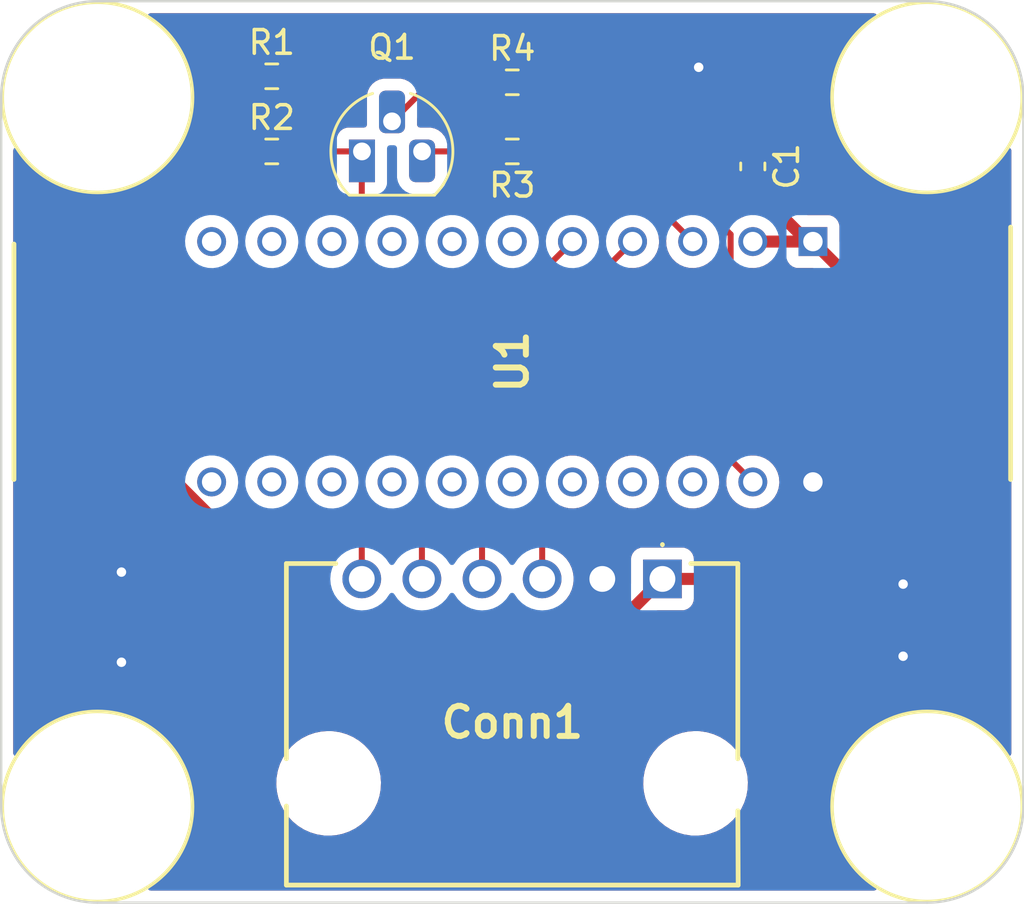
<source format=kicad_pcb>
(kicad_pcb (version 20211014) (generator pcbnew)
  (layers (0 "F.Cu" signal) (31 "B.Cu" signal) (34 "B.Paste" user) (35 "F.Paste" user) (36 "B.SilkS" user "B.Silkscreen") (37 "F.SilkS" user "F.Silkscreen") (38 "B.Mask" user) (39 "F.Mask" user) (44 "Edge.Cuts" user))
  (net 0 "")
  (net 1 "+3V3")
  (net 2 "GND")
  (net 3 "Net-(Conn1-Pad3)")
  (net 4 "Net-(Conn1-Pad4)")
  (net 5 "Net-(Conn1-Pad5)")
  (net 6 "Net-(Conn1-Pad6)")
  (net 7 "Net-(Q1-Pad2)")
  (net 8 "Net-(R2-Pad1)")
  (net 9 "Net-(R3-Pad1)")
  (net 10 "Net-(Q1-Pad3)")
  (footprint "MRDT_Drill_Holes:4_40_Hole" (layer "F.Cu") (at 213.106 73.406 180)
    (fp_text reference "V3" hide)
    (fp_text value "Via" hide)
    (fp_circle (center 0 0) (end -0.00508 4.01828) (layer "F.SilkS") (width 0.15) (fill none))
    (pad "" np_thru_hole circle locked (at 0 0 180) (size 2.9464 2.9464) (drill 2.9464) (layers *.Cu *.Mask) (clearance 2.5))
  )
  (footprint "MRDT_Drill_Holes:4_40_Hole" (layer "F.Cu") (at 178.054 73.406 180)
    (fp_text reference "V1" hide)
    (fp_text value "Via" hide)
    (fp_circle (center 0 0) (end -0.00508 4.01828) (layer "F.SilkS") (width 0.15) (fill none))
    (pad "" np_thru_hole circle locked (at 0 0 180) (size 2.9464 2.9464) (drill 2.9464) (layers *.Cu *.Mask) (clearance 2.5))
  )
  (footprint "MRDT_Drill_Holes:4_40_Hole" (layer "F.Cu") (at 213.106 103.378 180)
    (fp_text reference "V2" hide)
    (fp_text value "Via" hide)
    (fp_circle (center 0 0) (end -0.00508 4.01828) (layer "F.SilkS") (width 0.15) (fill none))
    (pad "" np_thru_hole circle locked (at 0 0 180) (size 2.9464 2.9464) (drill 2.9464) (layers *.Cu *.Mask) (clearance 2.5))
  )
  (footprint "MRDT_Drill_Holes:4_40_Hole" (layer "F.Cu") (at 178.054 103.378 180)
    (fp_text reference "V4" hide)
    (fp_text value "Via" hide)
    (fp_circle (center 0 0) (end -0.00508 4.01828) (layer "F.SilkS") (width 0.15) (fill none))
    (pad "" np_thru_hole circle locked (at 0 0 180) (size 2.9464 2.9464) (drill 2.9464) (layers *.Cu *.Mask) (clearance 2.5))
  )
  (footprint "Resistor_SMD:R_0603_1608Metric_Pad0.98x0.95mm_HandSolder" (layer "F.Cu") (at 185.42 72.517)
    (fp_text reference "R1" (at 0 -1.43) (layer "F.SilkS"))
    (fp_text value "1.2k")
    (fp_line (start -0.254724 0.5225) (end 0.254724 0.5225) (layer "F.SilkS") (width 0.12))
    (fp_line (start -0.254724 -0.5225) (end 0.254724 -0.5225) (layer "F.SilkS") (width 0.12))
    (pad "1" smd roundrect (at -0.9125 0) (size 0.975 0.95) (layers "F.Cu" "F.Paste" "F.Mask") (net 1 "+3V3"))
    (pad "2" smd roundrect (at 0.9125 0) (size 0.975 0.95) (layers "F.Cu" "F.Paste" "F.Mask") (net 8 "Net-(R2-Pad1)"))
  )
  (footprint "UVLEDs:DIP1016W62P254L4160H372Q22N" (layer "F.Cu") (at 195.58 84.582 -90)
    (fp_text reference "U1" (at 0 0 90) (layer "F.SilkS") (effects (font (size 1.27 1.27) (thickness 0.254))))
    (fp_text value "TCD1304" hide)
    (fp_line (start -5.69 -21.05) (end 4.975 -21.05) (layer "F.SilkS") (width 0.2))
    (fp_line (start -4.975 21.05) (end 4.975 21.05) (layer "F.SilkS") (width 0.2))
    (pad "1" thru_hole rect locked (at -5.08 -12.7 270) (size 1.22 1.22) (drill 0.82) (layers *.Cu *.Mask) (net 1 "+3V3"))
    (pad "2" thru_hole circle locked (at -5.08 -10.16 270) (size 1.22 1.22) (drill 0.82) (layers *.Cu *.Mask) (net 1 "+3V3"))
    (pad "3" thru_hole circle locked (at -5.08 -7.62 270) (size 1.22 1.22) (drill 0.82) (layers *.Cu *.Mask) (net 5 "Net-(Conn1-Pad5)"))
    (pad "4" thru_hole circle locked (at -5.08 -5.08 270) (size 1.22 1.22) (drill 0.82) (layers *.Cu *.Mask) (net 3 "Net-(Conn1-Pad3)"))
    (pad "5" thru_hole circle locked (at -5.08 -2.54 270) (size 1.22 1.22) (drill 0.82) (layers *.Cu *.Mask) (net 4 "Net-(Conn1-Pad4)"))
    (pad "6" thru_hole circle locked (at -5.08 0 270) (size 1.22 1.22) (drill 0.82) (layers *.Cu *.Mask))
    (pad "7" thru_hole circle locked (at -5.08 2.54 270) (size 1.22 1.22) (drill 0.82) (layers *.Cu *.Mask))
    (pad "8" thru_hole circle locked (at -5.08 5.08 270) (size 1.22 1.22) (drill 0.82) (layers *.Cu *.Mask))
    (pad "9" thru_hole circle locked (at -5.08 7.62 270) (size 1.22 1.22) (drill 0.82) (layers *.Cu *.Mask))
    (pad "10" thru_hole circle locked (at -5.08 10.16 270) (size 1.22 1.22) (drill 0.82) (layers *.Cu *.Mask))
    (pad "11" thru_hole circle locked (at -5.08 12.7 270) (size 1.22 1.22) (drill 0.82) (layers *.Cu *.Mask))
    (pad "12" thru_hole circle locked (at 5.08 12.7 270) (size 1.22 1.22) (drill 0.82) (layers *.Cu *.Mask))
    (pad "13" thru_hole circle locked (at 5.08 10.16 270) (size 1.22 1.22) (drill 0.82) (layers *.Cu *.Mask))
    (pad "14" thru_hole circle locked (at 5.08 7.62 270) (size 1.22 1.22) (drill 0.82) (layers *.Cu *.Mask))
    (pad "15" thru_hole circle locked (at 5.08 5.08 270) (size 1.22 1.22) (drill 0.82) (layers *.Cu *.Mask))
    (pad "16" thru_hole circle locked (at 5.08 2.54 270) (size 1.22 1.22) (drill 0.82) (layers *.Cu *.Mask))
    (pad "17" thru_hole circle locked (at 5.08 0 270) (size 1.22 1.22) (drill 0.82) (layers *.Cu *.Mask))
    (pad "18" thru_hole circle locked (at 5.08 -2.54 270) (size 1.22 1.22) (drill 0.82) (layers *.Cu *.Mask))
    (pad "19" thru_hole circle locked (at 5.08 -5.08 270) (size 1.22 1.22) (drill 0.82) (layers *.Cu *.Mask))
    (pad "20" thru_hole circle locked (at 5.08 -7.62 270) (size 1.22 1.22) (drill 0.82) (layers *.Cu *.Mask))
    (pad "21" thru_hole circle locked (at 5.08 -10.16 270) (size 1.22 1.22) (drill 0.82) (layers *.Cu *.Mask) (net 9 "Net-(R3-Pad1)"))
    (pad "22" thru_hole circle locked (at 5.08 -12.7 270) (size 1.22 1.22) (drill 0.82) (layers *.Cu *.Mask) (net 2 "GND"))
  )
  (footprint "UVLEDs:705550040" (layer "F.Cu") (at 201.9225 93.761)
    (fp_text reference "Conn1" (at -6.342 6.061) (layer "F.SilkS") (effects (font (size 1.27 1.27) (thickness 0.254))))
    (fp_text value "Molex_SL_06" hide)
    (fp_line (start -13.8 -0.65) (end -15.885 -0.65) (layer "F.SilkS") (width 0.2))
    (fp_line (start 3.2 12.94) (end 3.185 9.8) (layer "F.SilkS") (width 0.2))
    (fp_line (start 0 -1.4) (end 0 -1.4) (layer "F.SilkS") (width 0.1))
    (fp_line (start 3.185 -0.65) (end 1.2 -0.65) (layer "F.SilkS") (width 0.2))
    (fp_line (start 3.185 7.6) (end 3.185 -0.65) (layer "F.SilkS") (width 0.2))
    (fp_line (start -15.885 -0.65) (end -15.885 7.6) (layer "F.SilkS") (width 0.2))
    (fp_line (start -15.885 9.6) (end -15.885 12.94) (layer "F.SilkS") (width 0.2))
    (fp_line (start 0 -1.5) (end 0 -1.5) (layer "F.SilkS") (width 0.1))
    (fp_line (start -15.885 12.94) (end 3.2 12.94) (layer "F.SilkS") (width 0.2))
    (fp_arc (start 0 -1.5) (mid 0.05 -1.45) (end 0 -1.4) (layer "F.SilkS") (width 0.1))
    (fp_arc (start 0 -1.4) (mid -0.05 -1.45) (end 0 -1.5) (layer "F.SilkS") (width 0.1))
    (pad "" np_thru_hole circle locked (at 1.4 8.64) (size 3.4 3.4) (drill 3.4) (layers *.Cu *.Mask))
    (pad "" np_thru_hole circle locked (at -14.1 8.64) (size 3.4 3.4) (drill 3.4) (layers *.Cu *.Mask))
    (pad "1" thru_hole rect locked (at 0 0) (size 1.635 1.635) (drill 1.09) (layers *.Cu *.Mask) (net 1 "+3V3"))
    (pad "2" thru_hole circle locked (at -2.54 0) (size 1.635 1.635) (drill 1.09) (layers *.Cu *.Mask) (net 2 "GND"))
    (pad "3" thru_hole circle locked (at -5.08 0) (size 1.635 1.635) (drill 1.09) (layers *.Cu *.Mask) (net 3 "Net-(Conn1-Pad3)"))
    (pad "4" thru_hole circle locked (at -7.62 0) (size 1.635 1.635) (drill 1.09) (layers *.Cu *.Mask) (net 4 "Net-(Conn1-Pad4)"))
    (pad "5" thru_hole circle locked (at -10.16 0) (size 1.635 1.635) (drill 1.09) (layers *.Cu *.Mask) (net 5 "Net-(Conn1-Pad5)"))
    (pad "6" thru_hole circle locked (at -12.7 0) (size 1.635 1.635) (drill 1.09) (layers *.Cu *.Mask) (net 6 "Net-(Conn1-Pad6)"))
  )
  (footprint "Package_TO_SOT_THT:TO-92_HandSolder" (layer "F.Cu") (at 189.23 75.692)
    (fp_text reference "Q1" (at 1.27 -4.4) (layer "F.SilkS"))
    (fp_text value "Q_PNP_BCE")
    (fp_line (start -0.53 1.85) (end 3.07 1.85) (layer "F.SilkS") (width 0.12))
    (fp_arc (start 2.05 -2.45) (mid 3.769931 -0.601036) (end 3.078445 1.827684) (layer "F.SilkS") (width 0.12))
    (fp_arc (start -0.541875 1.841741) (mid -1.247231 -0.581764) (end 0.45 -2.45) (layer "F.SilkS") (width 0.12))
    (pad "1" thru_hole rect (at 0 0) (size 1.1 1.8) (drill 0.75 (offset 0 0.4)) (layers *.Cu *.Mask) (net 6 "Net-(Conn1-Pad6)"))
    (pad "2" thru_hole roundrect (at 1.27 -1.27) (size 1.1 1.8) (drill 0.75 (offset 0 -0.4)) (layers *.Cu *.Mask) (net 7 "Net-(Q1-Pad2)"))
    (pad "3" thru_hole roundrect (at 2.54 0) (size 1.1 1.8) (drill 0.75 (offset 0 0.4)) (layers *.Cu *.Mask) (net 10 "Net-(Q1-Pad3)"))
  )
  (footprint "Capacitor_SMD:C_0603_1608Metric_Pad1.08x0.95mm_HandSolder" (layer "F.Cu") (at 205.74 76.327 -90)
    (fp_text reference "C1" (at 0 -1.43 90) (layer "F.SilkS"))
    (fp_text value "10uF")
    (fp_line (start -0.146267 -0.51) (end 0.146267 -0.51) (layer "F.SilkS") (width 0.12))
    (fp_line (start -0.146267 0.51) (end 0.146267 0.51) (layer "F.SilkS") (width 0.12))
    (pad "1" smd roundrect (at -0.8625 0 270) (size 1.075 0.95) (layers "F.Cu" "F.Paste" "F.Mask") (net 2 "GND"))
    (pad "2" smd roundrect (at 0.8625 0 270) (size 1.075 0.95) (layers "F.Cu" "F.Paste" "F.Mask") (net 1 "+3V3"))
  )
  (footprint "Resistor_SMD:R_0603_1608Metric_Pad0.98x0.95mm_HandSolder" (layer "F.Cu") (at 195.58 75.692 180)
    (fp_text reference "R3" (at 0 -1.43) (layer "F.SilkS"))
    (fp_text value "150")
    (fp_line (start -0.254724 0.5225) (end 0.254724 0.5225) (layer "F.SilkS") (width 0.12))
    (fp_line (start -0.254724 -0.5225) (end 0.254724 -0.5225) (layer "F.SilkS") (width 0.12))
    (pad "1" smd roundrect (at -0.9125 0 180) (size 0.975 0.95) (layers "F.Cu" "F.Paste" "F.Mask") (net 9 "Net-(R3-Pad1)"))
    (pad "2" smd roundrect (at 0.9125 0 180) (size 0.975 0.95) (layers "F.Cu" "F.Paste" "F.Mask") (net 10 "Net-(Q1-Pad3)"))
  )
  (footprint "Resistor_SMD:R_0603_1608Metric_Pad0.98x0.95mm_HandSolder" (layer "F.Cu") (at 185.42 75.692)
    (fp_text reference "R2" (at 0 -1.43) (layer "F.SilkS"))
    (fp_text value "1k")
    (fp_line (start -0.254724 -0.5225) (end 0.254724 -0.5225) (layer "F.SilkS") (width 0.12))
    (fp_line (start -0.254724 0.5225) (end 0.254724 0.5225) (layer "F.SilkS") (width 0.12))
    (pad "1" smd roundrect (at -0.9125 0) (size 0.975 0.95) (layers "F.Cu" "F.Paste" "F.Mask") (net 8 "Net-(R2-Pad1)"))
    (pad "2" smd roundrect (at 0.9125 0) (size 0.975 0.95) (layers "F.Cu" "F.Paste" "F.Mask") (net 6 "Net-(Conn1-Pad6)"))
  )
  (footprint "Resistor_SMD:R_0603_1608Metric_Pad0.98x0.95mm_HandSolder" (layer "F.Cu") (at 195.58 72.771)
    (fp_text reference "R4" (at 0 -1.43) (layer "F.SilkS"))
    (fp_text value "150")
    (fp_line (start -0.254724 -0.5225) (end 0.254724 -0.5225) (layer "F.SilkS") (width 0.12))
    (fp_line (start -0.254724 0.5225) (end 0.254724 0.5225) (layer "F.SilkS") (width 0.12))
    (pad "1" smd roundrect (at -0.9125 0) (size 0.975 0.95) (layers "F.Cu" "F.Paste" "F.Mask") (net 7 "Net-(Q1-Pad2)"))
    (pad "2" smd roundrect (at 0.9125 0) (size 0.975 0.95) (layers "F.Cu" "F.Paste" "F.Mask") (net 2 "GND"))
  )
  (gr_arc (start 173.99 73.406) (mid 175.180318 70.532318) (end 178.054 69.342) (layer "Edge.Cuts") (width 0.1))
  (gr_line (start 217.17 103.378) (end 217.17 73.406) (layer "Edge.Cuts") (width 0.1))
  (gr_line (start 173.99 73.406) (end 173.99 103.378) (layer "Edge.Cuts") (width 0.1))
  (gr_arc (start 213.106 69.342) (mid 215.979682 70.532318) (end 217.17 73.406) (layer "Edge.Cuts") (width 0.1))
  (gr_line (start 178.054 107.442) (end 213.106 107.442) (layer "Edge.Cuts") (width 0.1))
  (gr_arc (start 178.054 107.442) (mid 175.180318 106.251682) (end 173.99 103.378) (layer "Edge.Cuts") (width 0.1))
  (gr_arc (start 217.17 103.378) (mid 215.979682 106.251682) (end 213.106 107.442) (layer "Edge.Cuts") (width 0.1))
  (gr_line (start 213.106 69.342) (end 178.054 69.342) (layer "Edge.Cuts") (width 0.1))
  (segment (start 208.0525 79.502) (end 205.74 77.1895) (width 0.508) (layer "F.Cu") (net 1))
  (segment (start 205.685724 93.761) (end 209.344 90.102724) (width 0.508) (layer "F.Cu") (net 1))
  (segment (start 201.9225 93.761) (end 205.685724 93.761) (width 0.508) (layer "F.Cu") (net 1))
  (segment (start 199.96791 95.71559) (end 187.428866 95.71559) (width 0.508) (layer "F.Cu") (net 1))
  (segment (start 184.5075 74.0645) (end 184.5075 72.517) (width 0.508) (layer "F.Cu") (net 1))
  (segment (start 209.344 90.102724) (end 209.344 80.566) (width 0.508) (layer "F.Cu") (net 1))
  (segment (start 179.705 87.991724) (end 179.705 78.867) (width 0.508) (layer "F.Cu") (net 1))
  (segment (start 209.344 80.566) (end 208.28 79.502) (width 0.508) (layer "F.Cu") (net 1))
  (segment (start 208.28 79.502) (end 208.0525 79.502) (width 0.508) (layer "F.Cu") (net 1))
  (segment (start 205.74 79.502) (end 208.28 79.502) (width 0.508) (layer "F.Cu") (net 1))
  (segment (start 187.428866 95.71559) (end 179.705 87.991724) (width 0.508) (layer "F.Cu") (net 1))
  (segment (start 179.705 78.867) (end 184.5075 74.0645) (width 0.508) (layer "F.Cu") (net 1))
  (segment (start 201.9225 93.761) (end 199.96791 95.71559) (width 0.508) (layer "F.Cu") (net 1))
  (via (at 179.07 93.472) (size 0.8) (drill 0.4) (layers "F.Cu" "B.Cu") (net 2))
  (via (at 179.07 97.282) (size 0.8) (drill 0.4) (layers "F.Cu" "B.Cu") (net 2))
  (via (at 212.09 97.028) (size 0.8) (drill 0.4) (layers "F.Cu" "B.Cu") (net 2))
  (via (at 203.454 72.136) (size 0.8) (drill 0.4) (layers "F.Cu" "B.Cu") (net 2))
  (via (at 212.09 93.98) (size 0.8) (drill 0.4) (layers "F.Cu" "B.Cu") (net 2))
  (segment (start 196.8425 83.3195) (end 200.66 79.502) (width 0.254) (layer "F.Cu") (net 3))
  (segment (start 196.8425 93.761) (end 196.8425 83.3195) (width 0.254) (layer "F.Cu") (net 3))
  (segment (start 194.3025 83.3195) (end 198.12 79.502) (width 0.254) (layer "F.Cu") (net 4))
  (segment (start 194.3025 93.761) (end 194.3025 83.3195) (width 0.254) (layer "F.Cu") (net 4))
  (segment (start 194.31 78.867) (end 195.58 77.597) (width 0.254) (layer "F.Cu") (net 5))
  (segment (start 194.31 82.042) (end 194.31 78.867) (width 0.254) (layer "F.Cu") (net 5))
  (segment (start 191.7625 93.761) (end 191.7625 84.5895) (width 0.254) (layer "F.Cu") (net 5))
  (segment (start 191.7625 84.5895) (end 194.31 82.042) (width 0.254) (layer "F.Cu") (net 5))
  (segment (start 195.58 77.597) (end 201.295 77.597) (width 0.254) (layer "F.Cu") (net 5))
  (segment (start 201.295 77.597) (end 203.2 79.502) (width 0.254) (layer "F.Cu") (net 5))
  (segment (start 186.3325 75.692) (end 189.23 75.692) (width 0.254) (layer "F.Cu") (net 6))
  (segment (start 189.2225 93.761) (end 189.2225 75.6995) (width 0.254) (layer "F.Cu") (net 6))
  (segment (start 189.2225 75.6995) (end 189.23 75.692) (width 0.254) (layer "F.Cu") (net 6))
  (segment (start 192.151 72.771) (end 190.5 74.422) (width 0.254) (layer "F.Cu") (net 7))
  (segment (start 194.6675 72.771) (end 192.151 72.771) (width 0.254) (layer "F.Cu") (net 7))
  (segment (start 186.3325 72.517) (end 186.3325 73.867) (width 0.254) (layer "F.Cu") (net 8))
  (segment (start 186.3325 73.867) (end 184.5075 75.692) (width 0.254) (layer "F.Cu") (net 8))
  (segment (start 204.803 88.725) (end 204.803 79.2) (width 0.254) (layer "F.Cu") (net 9))
  (segment (start 204.803 79.2) (end 201.295 75.692) (width 0.254) (layer "F.Cu") (net 9))
  (segment (start 201.295 75.692) (end 196.4925 75.692) (width 0.254) (layer "F.Cu") (net 9))
  (segment (start 205.74 89.662) (end 204.803 88.725) (width 0.254) (layer "F.Cu") (net 9))
  (segment (start 194.6675 75.692) (end 191.77 75.692) (width 0.254) (layer "F.Cu") (net 10))
  (zone (net 2) (net_name "GND") (layers F&B.Cu) (connect_pads yes (clearance 0.508)) (min_thickness 0.254) (fill yes (thermal_gap 0.508) (thermal_bridge_width 0.508))
    (polygon (pts (xy 173.99 107.442) (xy 173.99 69.342) (xy 217.17 69.342) (xy 217.17 107.442)))
  )
)
</source>
